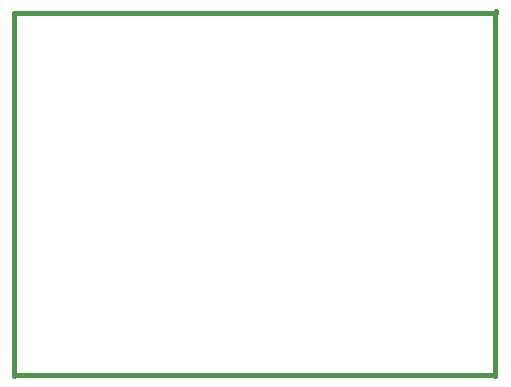
<source format=gbr>
G04 (created by PCBNEW-RS274X (2011-12-21 BZR 3253)-stable) date 29/03/2012 15:53:19*
G01*
G70*
G90*
%MOIN*%
G04 Gerber Fmt 3.4, Leading zero omitted, Abs format*
%FSLAX34Y34*%
G04 APERTURE LIST*
%ADD10C,0.006000*%
%ADD11C,0.015000*%
G04 APERTURE END LIST*
G54D10*
G54D11*
X54300Y-21270D02*
X54300Y-21200D01*
X38310Y-21270D02*
X54300Y-21270D01*
X38240Y-33330D02*
X54230Y-33330D01*
X38675Y-21280D02*
X38885Y-21280D01*
X38235Y-33355D02*
X38235Y-21280D01*
X54250Y-21280D02*
X54250Y-33355D01*
M02*

</source>
